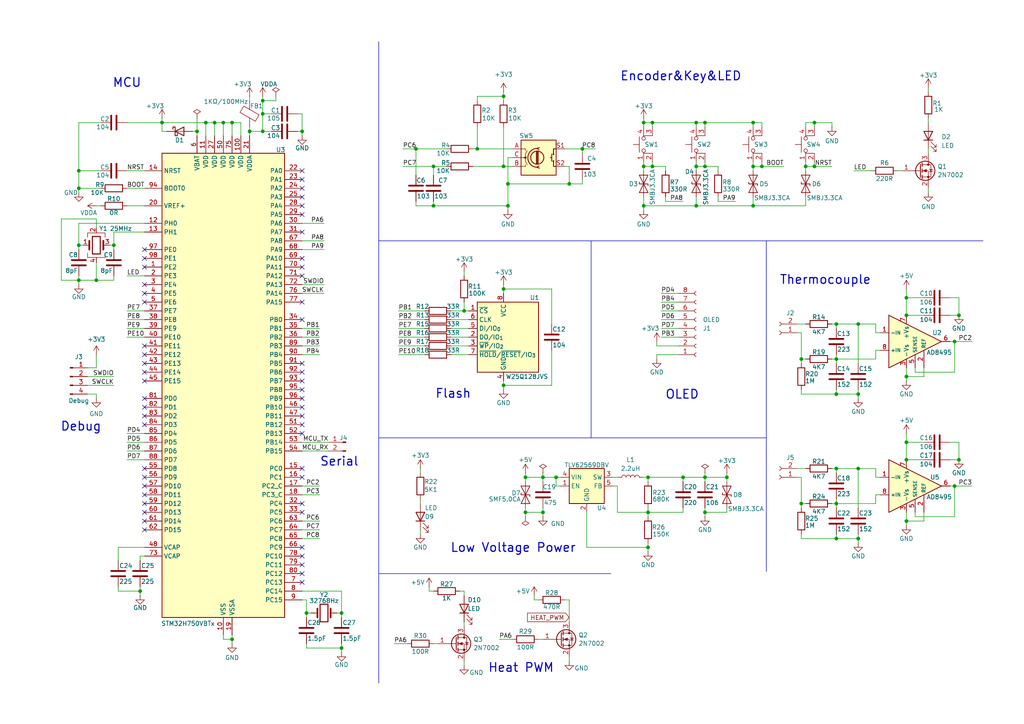
<source format=kicad_sch>
(kicad_sch (version 20250114) (generator "eeschema") (generator_version "9.0")
  (paper "A4")
  (title_block (title "Low Voltage Part") (date "2025-05-27") (rev "0.1") (company "MaQjianJin"))
  (text "OLED" (at 197.866 114.554 0) (effects (font (size 2.54 2.54) (thickness 0.3175))))
  (text "Low Voltage Power" (at 148.844 159.004 0) (effects (font (size 2.54 2.54) (thickness 0.3175))))
  (text "Heat PWM" (at 151.13 193.802 0) (effects (font (size 2.54 2.54) (thickness 0.3175))))
  (text "Thermocouple" (at 239.395 81.28 0) (effects (font (size 2.54 2.54) (thickness 0.3175))))
  (text "Encoder&Key&LED" (at 197.485 22.225 0) (effects (font (size 2.54 2.54) (thickness 0.3175))))
  (text "MCU" (at 36.83 24.13 0) (effects (font (size 2.54 2.54) (thickness 0.3175))))
  (text "Flash" (at 131.445 114.3 0) (effects (font (size 2.54 2.54) (thickness 0.3175))))
  (text "Debug" (at 23.495 123.825 0) (effects (font (size 2.54 2.54) (thickness 0.3175))))
  (text "Serial" (at 98.425 133.985 0) (effects (font (size 2.54 2.54) (thickness 0.3175))))
  (junction (at 72.39 38.1))
  (junction (at 236.22 48.26))
  (junction (at 125.73 59.69))
  (junction (at 76.2 38.1))
  (junction (at 67.31 35.56))
  (junction (at 218.44 35.56))
  (junction (at 204.47 35.56))
  (junction (at 57.15 38.1))
  (junction (at 242.57 93.98))
  (junction (at 276.86 99.06))
  (junction (at 232.41 104.14))
  (junction (at 168.91 43.18))
  (junction (at 147.32 53.34))
  (junction (at 125.73 48.26))
  (junction (at 276.86 140.97))
  (junction (at 248.92 135.89))
  (junction (at 201.93 35.56))
  (junction (at 201.93 48.26))
  (junction (at 210.82 138.43))
  (junction (at 187.96 148.59))
  (junction (at 27.94 81.28))
  (junction (at 138.43 43.18))
  (junction (at 187.96 138.43))
  (junction (at 220.98 48.26))
  (junction (at 120.65 43.18))
  (junction (at 161.29 138.43))
  (junction (at 242.57 146.05))
  (junction (at 152.4 148.59))
  (junction (at 242.57 135.89))
  (junction (at 278.13 91.44))
  (junction (at 278.13 133.35))
  (junction (at 146.05 27.94))
  (junction (at 59.69 35.56))
  (junction (at 134.62 90.17))
  (junction (at 22.86 81.28))
  (junction (at 248.92 93.98))
  (junction (at 146.05 111.76))
  (junction (at 99.06 177.8))
  (junction (at 218.44 59.69))
  (junction (at 64.77 35.56))
  (junction (at 242.57 114.3))
  (junction (at 22.86 54.61))
  (junction (at 236.22 35.56))
  (junction (at 232.41 146.05))
  (junction (at 248.92 156.21))
  (junction (at 62.23 35.56))
  (junction (at 242.57 104.14))
  (junction (at 248.92 114.3))
  (junction (at 186.69 48.26))
  (junction (at 242.57 156.21))
  (junction (at 204.47 138.43))
  (junction (at 204.47 148.59))
  (junction (at 262.89 151.13))
  (junction (at 147.32 59.69))
  (junction (at 76.2 33.02))
  (junction (at 152.4 138.43))
  (junction (at 157.48 138.43))
  (junction (at 187.96 158.75))
  (junction (at 146.05 83.82))
  (junction (at 40.64 171.45))
  (junction (at 186.69 59.69))
  (junction (at 76.2 29.21))
  (junction (at 262.89 128.27))
  (junction (at 262.89 86.36))
  (junction (at 233.68 48.26))
  (junction (at 22.86 49.53))
  (junction (at 189.23 48.26))
  (junction (at 33.02 71.12))
  (junction (at 22.86 71.12))
  (junction (at 87.63 38.1))
  (junction (at 67.31 185.42))
  (junction (at 146.05 48.26))
  (junction (at 262.89 109.22))
  (junction (at 198.12 138.43))
  (junction (at 186.69 35.56))
  (junction (at 262.89 91.44))
  (junction (at 201.93 59.69))
  (junction (at 204.47 48.26))
  (junction (at 46.99 35.56))
  (junction (at 88.9 177.8))
  (junction (at 218.44 48.26))
  (junction (at 262.89 133.35))
  (junction (at 99.06 187.96))
  (junction (at 189.23 35.56))
  (junction (at 157.48 148.59))
  (junction (at 165.1 53.34))
  (no_connect (at 87.63 148.59))
  (no_connect (at 87.63 107.95))
  (no_connect (at 87.63 59.69))
  (no_connect (at 41.91 87.63))
  (no_connect (at 41.91 153.67))
  (no_connect (at 87.63 54.61))
  (no_connect (at 41.91 110.49))
  (no_connect (at 87.63 158.75))
  (no_connect (at 87.63 135.89))
  (no_connect (at 41.91 82.55))
  (no_connect (at 41.91 151.13))
  (no_connect (at 87.63 52.07))
  (no_connect (at 87.63 115.57))
  (no_connect (at 87.63 105.41))
  (no_connect (at 41.91 140.97))
  (no_connect (at 41.91 77.47))
  (no_connect (at 41.91 146.05))
  (no_connect (at 87.63 110.49))
  (no_connect (at 87.63 87.63))
  (no_connect (at 41.91 148.59))
  (no_connect (at 41.91 107.95))
  (no_connect (at 87.63 92.71))
  (no_connect (at 87.63 77.47))
  (no_connect (at 41.91 74.93))
  (no_connect (at 41.91 118.11))
  (no_connect (at 41.91 143.51))
  (no_connect (at 87.63 74.93))
  (no_connect (at 87.63 113.03))
  (no_connect (at 87.63 161.29))
  (no_connect (at 41.91 138.43))
  (no_connect (at 41.91 123.19))
  (no_connect (at 41.91 120.65))
  (no_connect (at 87.63 49.53))
  (no_connect (at 41.91 85.09))
  (no_connect (at 41.91 115.57))
  (no_connect (at 87.63 67.31))
  (no_connect (at 87.63 62.23))
  (no_connect (at 87.63 166.37))
  (no_connect (at 41.91 105.41))
  (no_connect (at 41.91 100.33))
  (no_connect (at 41.91 102.87))
  (no_connect (at 87.63 57.15))
  (no_connect (at 87.63 138.43))
  (no_connect (at 87.63 118.11))
  (no_connect (at 87.63 163.83))
  (no_connect (at 87.63 123.19))
  (no_connect (at 87.63 80.01))
  (no_connect (at 87.63 120.65))
  (no_connect (at 41.91 72.39))
  (no_connect (at 87.63 125.73))
  (no_connect (at 87.63 146.05))
  (no_connect (at 87.63 168.91))
  (no_connect (at 41.91 135.89))
  (wire (pts (xy 231.14 138.43) (xy 232.41 138.43)))
  (wire (pts (xy 242.57 146.05) (xy 242.57 147.32)))
  (wire (pts (xy 99.06 186.69) (xy 99.06 187.96)))
  (wire (pts (xy 88.9 177.8) (xy 90.17 177.8)))
  (wire (pts (xy 87.63 173.99) (xy 88.9 173.99)))
  (wire (pts (xy 248.92 114.3) (xy 248.92 115.57)))
  (wire (pts (xy 87.63 97.79) (xy 92.71 97.79)))
  (wire (pts (xy 46.99 35.56) (xy 59.69 35.56)))
  (wire (pts (xy 248.92 93.98) (xy 254 93.98)))
  (wire (pts (xy 163.83 173.99) (xy 165.1 173.99)))
  (wire (pts (xy 157.48 138.43) (xy 161.29 138.43)))
  (wire (pts (xy 179.07 148.59) (xy 187.96 148.59)))
  (wire (pts (xy 186.69 48.26) (xy 186.69 49.53)))
  (wire (pts (xy 148.59 45.72) (xy 147.32 45.72)))
  (wire (pts (xy 241.3 104.14) (xy 242.57 104.14)))
  (wire (pts (xy 57.15 38.1) (xy 55.88 38.1)))
  (wire (pts (xy 262.89 109.22) (xy 262.89 110.49)))
  (polyline (pts (xy 171.45 69.85) (xy 171.45 127)))
  (wire (pts (xy 22.86 71.12) (xy 22.86 72.39)))
  (wire (pts (xy 87.63 69.85) (xy 93.98 69.85)))
  (wire (pts (xy 236.22 48.26) (xy 241.3 48.26)))
  (wire (pts (xy 146.05 48.26) (xy 148.59 48.26)))
  (wire (pts (xy 67.31 185.42) (xy 67.31 186.69)))
  (wire (pts (xy 146.05 111.76) (xy 146.05 113.03)))
  (wire (pts (xy 267.97 109.22) (xy 262.89 109.22)))
  (wire (pts (xy 120.65 59.69) (xy 125.73 59.69)))
  (wire (pts (xy 208.28 57.15) (xy 208.28 58.42)))
  (polyline (pts (xy 109.855 12.065) (xy 109.855 198.12)))
  (wire (pts (xy 22.86 64.77) (xy 41.91 64.77)))
  (wire (pts (xy 41.91 161.29) (xy 40.64 161.29)))
  (wire (pts (xy 190.5 102.87) (xy 190.5 104.14)))
  (wire (pts (xy 152.4 147.32) (xy 152.4 148.59)))
  (wire (pts (xy 46.99 35.56) (xy 46.99 38.1)))
  (wire (pts (xy 57.15 34.29) (xy 57.15 38.1)))
  (wire (pts (xy 162.56 140.97) (xy 161.29 140.97)))
  (wire (pts (xy 87.63 95.25) (xy 92.71 95.25)))
  (wire (pts (xy 189.23 35.56) (xy 186.69 35.56)))
  (wire (pts (xy 231.14 135.89) (xy 233.68 135.89)))
  (wire (pts (xy 87.63 140.97) (xy 92.71 140.97)))
  (wire (pts (xy 275.59 128.27) (xy 278.13 128.27)))
  (wire (pts (xy 265.43 148.59) (xy 265.43 149.86)))
  (wire (pts (xy 262.89 128.27) (xy 267.97 128.27)))
  (wire (pts (xy 218.44 48.26) (xy 218.44 49.53)))
  (wire (pts (xy 186.69 57.15) (xy 186.69 59.69)))
  (wire (pts (xy 242.57 104.14) (xy 242.57 105.41)))
  (wire (pts (xy 157.48 137.16) (xy 157.48 138.43)))
  (wire (pts (xy 208.28 58.42) (xy 213.36 58.42)))
  (wire (pts (xy 242.57 93.98) (xy 248.92 93.98)))
  (wire (pts (xy 115.57 90.17) (xy 123.19 90.17)))
  (wire (pts (xy 152.4 148.59) (xy 157.48 148.59)))
  (wire (pts (xy 88.9 187.96) (xy 99.06 187.96)))
  (wire (pts (xy 134.62 191.77) (xy 134.62 193.04)))
  (wire (pts (xy 27.94 81.28) (xy 22.86 81.28)))
  (wire (pts (xy 204.47 36.83) (xy 204.47 35.56)))
  (wire (pts (xy 204.47 35.56) (xy 218.44 35.56)))
  (wire (pts (xy 232.41 96.52) (xy 232.41 104.14)))
  (wire (pts (xy 233.68 48.26) (xy 233.68 49.53)))
  (wire (pts (xy 161.29 140.97) (xy 161.29 138.43)))
  (wire (pts (xy 186.69 48.26) (xy 189.23 48.26)))
  (wire (pts (xy 242.57 104.14) (xy 254 104.14)))
  (wire (pts (xy 220.98 46.99) (xy 220.98 48.26)))
  (wire (pts (xy 193.04 57.15) (xy 193.04 58.42)))
  (wire (pts (xy 134.62 171.45) (xy 134.62 172.72)))
  (wire (pts (xy 120.65 43.18) (xy 120.65 50.8)))
  (wire (pts (xy 115.57 92.71) (xy 123.19 92.71)))
  (wire (pts (xy 154.94 172.72) (xy 154.94 173.99)))
  (wire (pts (xy 201.93 57.15) (xy 201.93 59.69)))
  (wire (pts (xy 36.83 128.27) (xy 41.91 128.27)))
  (wire (pts (xy 27.94 63.5) (xy 17.78 63.5)))
  (wire (pts (xy 262.89 91.44) (xy 267.97 91.44)))
  (wire (pts (xy 138.43 27.94) (xy 146.05 27.94)))
  (wire (pts (xy 255.27 101.6) (xy 254 101.6)))
  (wire (pts (xy 130.81 97.79) (xy 135.89 97.79)))
  (wire (pts (xy 40.64 171.45) (xy 40.64 172.72)))
  (wire (pts (xy 99.06 187.96) (xy 99.06 189.23)))
  (wire (pts (xy 233.68 57.15) (xy 233.68 59.69)))
  (wire (pts (xy 269.24 34.29) (xy 269.24 35.56)))
  (wire (pts (xy 22.86 55.88) (xy 22.86 54.61)))
  (polyline (pts (xy 109.855 127) (xy 222.25 127)))
  (wire (pts (xy 254 143.51) (xy 254 146.05)))
  (wire (pts (xy 201.93 46.99) (xy 201.93 48.26)))
  (wire (pts (xy 130.81 102.87) (xy 135.89 102.87)))
  (wire (pts (xy 80.01 27.94) (xy 80.01 29.21)))
  (wire (pts (xy 233.68 35.56) (xy 236.22 35.56)))
  (wire (pts (xy 41.91 90.17) (xy 36.83 90.17)))
  (wire (pts (xy 99.06 177.8) (xy 97.79 177.8)))
  (wire (pts (xy 220.98 35.56) (xy 218.44 35.56)))
  (wire (pts (xy 248.92 113.03) (xy 248.92 114.3)))
  (wire (pts (xy 87.63 85.09) (xy 93.98 85.09)))
  (wire (pts (xy 187.96 158.75) (xy 187.96 160.02)))
  (wire (pts (xy 134.62 87.63) (xy 134.62 90.17)))
  (wire (pts (xy 99.06 177.8) (xy 99.06 171.45)))
  (wire (pts (xy 27.94 114.3) (xy 27.94 115.57)))
  (wire (pts (xy 67.31 184.15) (xy 67.31 185.42)))
  (wire (pts (xy 25.4 111.76) (xy 33.02 111.76)))
  (wire (pts (xy 121.92 153.67) (xy 121.92 154.94)))
  (wire (pts (xy 22.86 80.01) (xy 22.86 81.28)))
  (wire (pts (xy 198.12 147.32) (xy 198.12 148.59)))
  (wire (pts (xy 210.82 147.32) (xy 210.82 148.59)))
  (wire (pts (xy 134.62 90.17) (xy 135.89 90.17)))
  (wire (pts (xy 48.26 38.1) (xy 46.99 38.1)))
  (wire (pts (xy 278.13 86.36) (xy 278.13 91.44)))
  (wire (pts (xy 64.77 35.56) (xy 67.31 35.56)))
  (wire (pts (xy 69.85 35.56) (xy 69.85 39.37)))
  (wire (pts (xy 86.36 38.1) (xy 87.63 38.1)))
  (wire (pts (xy 80.01 29.21) (xy 76.2 29.21)))
  (wire (pts (xy 33.02 67.31) (xy 33.02 71.12)))
  (wire (pts (xy 120.65 43.18) (xy 129.54 43.18)))
  (wire (pts (xy 232.41 146.05) (xy 233.68 146.05)))
  (wire (pts (xy 276.86 140.97) (xy 275.59 140.97)))
  (wire (pts (xy 242.57 113.03) (xy 242.57 114.3)))
  (wire (pts (xy 186.69 138.43) (xy 187.96 138.43)))
  (wire (pts (xy 87.63 171.45) (xy 99.06 171.45)))
  (wire (pts (xy 156.21 185.42) (xy 157.48 185.42)))
  (wire (pts (xy 187.96 148.59) (xy 187.96 149.86)))
  (wire (pts (xy 191.77 92.71) (xy 196.85 92.71)))
  (wire (pts (xy 125.73 48.26) (xy 125.73 50.8)))
  (wire (pts (xy 187.96 138.43) (xy 187.96 139.7)))
  (wire (pts (xy 138.43 29.21) (xy 138.43 27.94)))
  (wire (pts (xy 67.31 35.56) (xy 67.31 39.37)))
  (wire (pts (xy 67.31 35.56) (xy 69.85 35.56)))
  (wire (pts (xy 160.02 111.76) (xy 146.05 111.76)))
  (wire (pts (xy 187.96 157.48) (xy 187.96 158.75)))
  (wire (pts (xy 248.92 135.89) (xy 254 135.89)))
  (wire (pts (xy 193.04 58.42) (xy 198.12 58.42)))
  (wire (pts (xy 146.05 36.83) (xy 146.05 48.26)))
  (wire (pts (xy 170.18 158.75) (xy 187.96 158.75)))
  (wire (pts (xy 177.8 138.43) (xy 179.07 138.43)))
  (wire (pts (xy 232.41 156.21) (xy 242.57 156.21)))
  (wire (pts (xy 232.41 146.05) (xy 232.41 147.32)))
  (wire (pts (xy 64.77 184.15) (xy 64.77 185.42)))
  (wire (pts (xy 179.07 140.97) (xy 179.07 148.59)))
  (wire (pts (xy 218.44 46.99) (xy 218.44 48.26)))
  (wire (pts (xy 27.94 76.2) (xy 27.94 81.28)))
  (wire (pts (xy 198.12 139.7) (xy 198.12 138.43)))
  (wire (pts (xy 163.83 48.26) (xy 165.1 48.26)))
  (wire (pts (xy 64.77 35.56) (xy 64.77 39.37)))
  (wire (pts (xy 154.94 173.99) (xy 156.21 173.99)))
  (wire (pts (xy 130.81 100.33) (xy 135.89 100.33)))
  (wire (pts (xy 242.57 93.98) (xy 242.57 95.25)))
  (wire (pts (xy 115.57 97.79) (xy 123.19 97.79)))
  (wire (pts (xy 22.86 35.56) (xy 22.86 49.53)))
  (wire (pts (xy 218.44 59.69) (xy 233.68 59.69)))
  (wire (pts (xy 276.86 140.97) (xy 281.94 140.97)))
  (wire (pts (xy 160.02 83.82) (xy 160.02 93.98)))
  (wire (pts (xy 232.41 113.03) (xy 232.41 114.3)))
  (wire (pts (xy 33.02 81.28) (xy 27.94 81.28)))
  (wire (pts (xy 168.91 43.18) (xy 168.91 44.45)))
  (wire (pts (xy 116.84 48.26) (xy 125.73 48.26)))
  (wire (pts (xy 146.05 110.49) (xy 146.05 111.76)))
  (wire (pts (xy 275.59 91.44) (xy 278.13 91.44)))
  (wire (pts (xy 157.48 147.32) (xy 157.48 148.59)))
  (wire (pts (xy 36.83 54.61) (xy 41.91 54.61)))
  (wire (pts (xy 262.89 106.68) (xy 262.89 109.22)))
  (wire (pts (xy 17.78 63.5) (xy 17.78 81.28)))
  (wire (pts (xy 57.15 39.37) (xy 57.15 38.1)))
  (wire (pts (xy 125.73 48.26) (xy 129.54 48.26)))
  (wire (pts (xy 36.83 80.01) (xy 41.91 80.01)))
  (wire (pts (xy 262.89 128.27) (xy 262.89 133.35)))
  (wire (pts (xy 254 138.43) (xy 254 135.89)))
  (wire (pts (xy 201.93 35.56) (xy 204.47 35.56)))
  (wire (pts (xy 87.63 102.87) (xy 92.71 102.87)))
  (wire (pts (xy 262.89 148.59) (xy 262.89 151.13)))
  (wire (pts (xy 204.47 147.32) (xy 204.47 148.59)))
  (wire (pts (xy 27.94 66.04) (xy 27.94 63.5)))
  (wire (pts (xy 186.69 34.29) (xy 186.69 35.56)))
  (wire (pts (xy 262.89 86.36) (xy 267.97 86.36)))
  (wire (pts (xy 146.05 82.55) (xy 146.05 83.82)))
  (wire (pts (xy 88.9 173.99) (xy 88.9 177.8)))
  (wire (pts (xy 196.85 102.87) (xy 190.5 102.87)))
  (wire (pts (xy 191.77 95.25) (xy 196.85 95.25)))
  (wire (pts (xy 157.48 148.59) (xy 157.48 149.86)))
  (wire (pts (xy 36.83 97.79) (xy 41.91 97.79)))
  (wire (pts (xy 265.43 149.86) (xy 276.86 149.86)))
  (wire (pts (xy 147.32 45.72) (xy 147.32 53.34)))
  (wire (pts (xy 189.23 48.26) (xy 193.04 48.26)))
  (wire (pts (xy 161.29 138.43) (xy 162.56 138.43)))
  (wire (pts (xy 76.2 33.02) (xy 76.2 38.1)))
  (wire (pts (xy 146.05 27.94) (xy 146.05 29.21)))
  (wire (pts (xy 25.4 109.22) (xy 33.02 109.22)))
  (wire (pts (xy 232.41 154.94) (xy 232.41 156.21)))
  (wire (pts (xy 160.02 101.6) (xy 160.02 111.76)))
  (wire (pts (xy 267.97 148.59) (xy 267.97 151.13)))
  (wire (pts (xy 241.3 93.98) (xy 242.57 93.98)))
  (wire (pts (xy 46.99 34.29) (xy 46.99 35.56)))
  (wire (pts (xy 76.2 29.21) (xy 76.2 33.02)))
  (wire (pts (xy 165.1 173.99) (xy 165.1 180.34)))
  (polyline (pts (xy 109.855 166.37) (xy 177.165 166.37)))
  (wire (pts (xy 22.86 71.12) (xy 22.86 64.77)))
  (wire (pts (xy 27.94 59.69) (xy 29.21 59.69)))
  (wire (pts (xy 248.92 135.89) (xy 248.92 147.32)))
  (wire (pts (xy 87.63 143.51) (xy 92.71 143.51)))
  (wire (pts (xy 87.63 130.81) (xy 95.25 130.81)))
  (wire (pts (xy 22.86 81.28) (xy 22.86 82.55)))
  (wire (pts (xy 208.28 48.26) (xy 208.28 49.53)))
  (wire (pts (xy 187.96 147.32) (xy 187.96 148.59)))
  (wire (pts (xy 193.04 48.26) (xy 193.04 49.53)))
  (wire (pts (xy 152.4 139.7) (xy 152.4 138.43)))
  (wire (pts (xy 231.14 93.98) (xy 233.68 93.98)))
  (wire (pts (xy 137.16 48.26) (xy 146.05 48.26)))
  (wire (pts (xy 242.57 135.89) (xy 242.57 137.16)))
  (wire (pts (xy 275.59 86.36) (xy 278.13 86.36)))
  (wire (pts (xy 254 101.6) (xy 254 104.14)))
  (wire (pts (xy 36.83 35.56) (xy 46.99 35.56)))
  (wire (pts (xy 168.91 43.18) (xy 172.72 43.18)))
  (wire (pts (xy 262.89 86.36) (xy 262.89 91.44)))
  (wire (pts (xy 125.73 186.69) (xy 127 186.69)))
  (wire (pts (xy 201.93 59.69) (xy 218.44 59.69)))
  (wire (pts (xy 191.77 97.79) (xy 196.85 97.79)))
  (wire (pts (xy 189.23 46.99) (xy 189.23 48.26)))
  (wire (pts (xy 201.93 48.26) (xy 201.93 49.53)))
  (wire (pts (xy 40.64 170.18) (xy 40.64 171.45)))
  (wire (pts (xy 241.3 35.56) (xy 236.22 35.56)))
  (wire (pts (xy 33.02 80.01) (xy 33.02 81.28)))
  (wire (pts (xy 137.16 43.18) (xy 138.43 43.18)))
  (wire (pts (xy 25.4 114.3) (xy 27.94 114.3)))
  (wire (pts (xy 62.23 35.56) (xy 62.23 39.37)))
  (wire (pts (xy 114.3 186.69) (xy 118.11 186.69)))
  (wire (pts (xy 147.32 53.34) (xy 165.1 53.34)))
  (wire (pts (xy 241.3 135.89) (xy 242.57 135.89)))
  (wire (pts (xy 262.89 151.13) (xy 262.89 152.4)))
  (wire (pts (xy 41.91 158.75) (xy 34.29 158.75)))
  (wire (pts (xy 242.57 135.89) (xy 248.92 135.89)))
  (wire (pts (xy 87.63 64.77) (xy 93.98 64.77)))
  (wire (pts (xy 269.24 25.4) (xy 269.24 26.67)))
  (wire (pts (xy 241.3 36.83) (xy 241.3 35.56)))
  (wire (pts (xy 276.86 99.06) (xy 281.94 99.06)))
  (wire (pts (xy 125.73 58.42) (xy 125.73 59.69)))
  (wire (pts (xy 146.05 26.67) (xy 146.05 27.94)))
  (wire (pts (xy 278.13 128.27) (xy 278.13 133.35)))
  (polyline (pts (xy 222.25 69.85) (xy 222.25 165.735)))
  (wire (pts (xy 134.62 78.74) (xy 134.62 80.01)))
  (wire (pts (xy 204.47 138.43) (xy 210.82 138.43)))
  (wire (pts (xy 267.97 106.68) (xy 267.97 109.22)))
  (wire (pts (xy 220.98 48.26) (xy 227.33 48.26)))
  (wire (pts (xy 260.35 49.53) (xy 261.62 49.53)))
  (wire (pts (xy 138.43 36.83) (xy 138.43 43.18)))
  (wire (pts (xy 191.77 87.63) (xy 196.85 87.63)))
  (wire (pts (xy 147.32 59.69) (xy 147.32 60.96)))
  (wire (pts (xy 218.44 57.15) (xy 218.44 59.69)))
  (wire (pts (xy 36.83 130.81) (xy 41.91 130.81)))
  (wire (pts (xy 210.82 137.16) (xy 210.82 138.43)))
  (wire (pts (xy 201.93 48.26) (xy 204.47 48.26)))
  (wire (pts (xy 144.78 185.42) (xy 148.59 185.42)))
  (wire (pts (xy 191.77 85.09) (xy 196.85 85.09)))
  (wire (pts (xy 189.23 35.56) (xy 189.23 36.83)))
  (wire (pts (xy 265.43 106.68) (xy 265.43 107.95)))
  (wire (pts (xy 130.81 92.71) (xy 135.89 92.71)))
  (wire (pts (xy 115.57 100.33) (xy 123.19 100.33)))
  (wire (pts (xy 130.81 90.17) (xy 134.62 90.17)))
  (wire (pts (xy 248.92 93.98) (xy 248.92 105.41)))
  (wire (pts (xy 59.69 35.56) (xy 62.23 35.56)))
  (wire (pts (xy 157.48 139.7) (xy 157.48 138.43)))
  (wire (pts (xy 138.43 43.18) (xy 148.59 43.18)))
  (wire (pts (xy 242.57 114.3) (xy 248.92 114.3)))
  (wire (pts (xy 165.1 48.26) (xy 165.1 53.34)))
  (wire (pts (xy 147.32 53.34) (xy 147.32 59.69)))
  (wire (pts (xy 165.1 53.34) (xy 168.91 53.34)))
  (wire (pts (xy 220.98 35.56) (xy 220.98 36.83)))
  (wire (pts (xy 233.68 48.26) (xy 236.22 48.26)))
  (wire (pts (xy 232.41 104.14) (xy 233.68 104.14)))
  (wire (pts (xy 204.47 137.16) (xy 204.47 138.43)))
  (wire (pts (xy 115.57 102.87) (xy 123.19 102.87)))
  (wire (pts (xy 40.64 161.29) (xy 40.64 162.56)))
  (wire (pts (xy 262.89 133.35) (xy 267.97 133.35)))
  (wire (pts (xy 62.23 35.56) (xy 64.77 35.56)))
  (wire (pts (xy 87.63 33.02) (xy 87.63 38.1)))
  (wire (pts (xy 22.86 49.53) (xy 29.21 49.53)))
  (wire (pts (xy 262.89 125.73) (xy 262.89 128.27)))
  (wire (pts (xy 146.05 83.82) (xy 146.05 85.09)))
  (wire (pts (xy 25.4 106.68) (xy 27.94 106.68)))
  (wire (pts (xy 163.83 43.18) (xy 168.91 43.18)))
  (wire (pts (xy 36.83 49.53) (xy 41.91 49.53)))
  (wire (pts (xy 22.86 71.12) (xy 24.13 71.12)))
  (wire (pts (xy 204.47 138.43) (xy 204.47 139.7)))
  (wire (pts (xy 267.97 151.13) (xy 262.89 151.13)))
  (wire (pts (xy 130.81 95.25) (xy 135.89 95.25)))
  (wire (pts (xy 27.94 102.87) (xy 27.94 106.68)))
  (wire (pts (xy 86.36 33.02) (xy 87.63 33.02)))
  (wire (pts (xy 204.47 48.26) (xy 208.28 48.26)))
  (wire (pts (xy 76.2 27.94) (xy 76.2 29.21)))
  (wire (pts (xy 269.24 43.18) (xy 269.24 44.45)))
  (wire (pts (xy 201.93 35.56) (xy 201.93 36.83)))
  (wire (pts (xy 187.96 148.59) (xy 198.12 148.59)))
  (wire (pts (xy 255.27 96.52) (xy 254 96.52)))
  (wire (pts (xy 87.63 153.67) (xy 92.71 153.67)))
  (wire (pts (xy 34.29 158.75) (xy 34.29 162.56)))
  (wire (pts (xy 204.47 148.59) (xy 210.82 148.59)))
  (wire (pts (xy 248.92 154.94) (xy 248.92 156.21)))
  (wire (pts (xy 242.57 154.94) (xy 242.57 156.21)))
  (wire (pts (xy 242.57 156.21) (xy 248.92 156.21)))
  (wire (pts (xy 134.62 180.34) (xy 134.62 181.61)))
  (wire (pts (xy 186.69 59.69) (xy 186.69 60.96)))
  (wire (pts (xy 168.91 53.34) (xy 168.91 52.07)))
  (wire (pts (xy 204.47 46.99) (xy 204.47 48.26)))
  (wire (pts (xy 187.96 138.43) (xy 198.12 138.43)))
  (wire (pts (xy 231.14 96.52) (xy 232.41 96.52)))
  (wire (pts (xy 99.06 177.8) (xy 99.06 179.07)))
  (wire (pts (xy 34.29 171.45) (xy 40.64 171.45)))
  (wire (pts (xy 276.86 99.06) (xy 275.59 99.06)))
  (wire (pts (xy 72.39 38.1) (xy 76.2 38.1)))
  (wire (pts (xy 190.5 99.06) (xy 190.5 100.33)))
  (wire (pts (xy 232.41 138.43) (xy 232.41 146.05)))
  (wire (pts (xy 59.69 35.56) (xy 59.69 39.37)))
  (wire (pts (xy 170.18 148.59) (xy 170.18 158.75)))
  (wire (pts (xy 191.77 90.17) (xy 196.85 90.17)))
  (wire (pts (xy 204.47 148.59) (xy 204.47 149.86)))
  (wire (pts (xy 241.3 146.05) (xy 242.57 146.05)))
  (wire (pts (xy 87.63 151.13) (xy 92.71 151.13)))
  (polyline (pts (xy 109.855 69.85) (xy 285.115 69.85)))
  (wire (pts (xy 157.48 138.43) (xy 152.4 138.43)))
  (wire (pts (xy 33.02 71.12) (xy 31.75 71.12)))
  (wire (pts (xy 247.65 49.53) (xy 252.73 49.53)))
  (wire (pts (xy 232.41 114.3) (xy 242.57 114.3)))
  (wire (pts (xy 276.86 107.95) (xy 276.86 99.06)))
  (wire (pts (xy 72.39 36.83) (xy 72.39 38.1)))
  (wire (pts (xy 124.46 170.18) (xy 124.46 171.45)))
  (wire (pts (xy 186.69 46.99) (xy 186.69 48.26)))
  (wire (pts (xy 33.02 67.31) (xy 41.91 67.31)))
  (wire (pts (xy 186.69 59.69) (xy 201.93 59.69)))
  (wire (pts (xy 78.74 33.02) (xy 76.2 33.02)))
  (wire (pts (xy 242.57 146.05) (xy 254 146.05)))
  (wire (pts (xy 198.12 138.43) (xy 204.47 138.43)))
  (wire (pts (xy 87.63 38.1) (xy 87.63 39.37)))
  (wire (pts (xy 152.4 137.16) (xy 152.4 138.43)))
  (wire (pts (xy 186.69 35.56) (xy 186.69 36.83)))
  (wire (pts (xy 87.63 72.39) (xy 93.98 72.39)))
  (wire (pts (xy 121.92 135.89) (xy 121.92 137.16)))
  (wire (pts (xy 177.8 140.97) (xy 179.07 140.97)))
  (wire (pts (xy 242.57 144.78) (xy 242.57 146.05)))
  (wire (pts (xy 29.21 35.56) (xy 22.86 35.56)))
  (wire (pts (xy 33.02 71.12) (xy 33.02 72.39)))
  (wire (pts (xy 41.91 92.71) (xy 36.83 92.71)))
  (wire (pts (xy 17.78 81.28) (xy 22.86 81.28)))
  (wire (pts (xy 236.22 46.99) (xy 236.22 48.26)))
  (wire (pts (xy 269.24 54.61) (xy 269.24 55.88)))
  (wire (pts (xy 36.83 95.25) (xy 41.91 95.25)))
  (wire (pts (xy 72.39 27.94) (xy 72.39 29.21)))
  (wire (pts (xy 210.82 139.7) (xy 210.82 138.43)))
  (wire (pts (xy 262.89 83.82) (xy 262.89 86.36)))
  (wire (pts (xy 22.86 49.53) (xy 22.86 54.61)))
  (wire (pts (xy 233.68 35.56) (xy 233.68 36.83)))
  (wire (pts (xy 275.59 133.35) (xy 278.13 133.35)))
  (wire (pts (xy 242.57 102.87) (xy 242.57 104.14)))
  (wire (pts (xy 36.83 59.69) (xy 41.91 59.69)))
  (wire (pts (xy 115.57 95.25) (xy 123.19 95.25)))
  (wire (pts (xy 72.39 38.1) (xy 72.39 39.37)))
  (wire (pts (xy 87.63 128.27) (xy 95.25 128.27)))
  (wire (pts (xy 248.92 156.21) (xy 248.92 157.48)))
  (wire (pts (xy 133.35 171.45) (xy 134.62 171.45)))
  (wire (pts (xy 36.83 133.35) (xy 41.91 133.35)))
  (wire (pts (xy 255.27 138.43) (xy 254 138.43)))
  (wire (pts (xy 88.9 186.69) (xy 88.9 187.96)))
  (wire (pts (xy 76.2 38.1) (xy 78.74 38.1)))
  (wire (pts (xy 236.22 36.83) (xy 236.22 35.56)))
  (wire (pts (xy 218.44 35.56) (xy 218.44 36.83)))
  (wire (pts (xy 116.84 43.18) (xy 120.65 43.18)))
  (wire (pts (xy 190.5 100.33) (xy 196.85 100.33)))
  (wire (pts (xy 121.92 144.78) (xy 121.92 146.05)))
  (wire (pts (xy 146.05 83.82) (xy 160.02 83.82)))
  (wire (pts (xy 276.86 149.86) (xy 276.86 140.97)))
  (wire (pts (xy 87.63 82.55) (xy 93.98 82.55)))
  (wire (pts (xy 88.9 177.8) (xy 88.9 179.07)))
  (wire (pts (xy 36.83 125.73) (xy 41.91 125.73)))
  (wire (pts (xy 87.63 156.21) (xy 92.71 156.21)))
  (wire (pts (xy 201.93 35.56) (xy 189.23 35.56)))
  (wire (pts (xy 87.63 100.33) (xy 92.71 100.33)))
  (wire (pts (xy 22.86 54.61) (xy 29.21 54.61)))
  (wire (pts (xy 232.41 104.14) (xy 232.41 105.41)))
  (wire (pts (xy 152.4 148.59) (xy 152.4 149.86)))
  (wire (pts (xy 233.68 46.99) (xy 233.68 48.26)))
  (wire (pts (xy 218.44 48.26) (xy 220.98 48.26)))
  (wire (pts (xy 124.46 171.45) (xy 125.73 171.45)))
  (wire (pts (xy 125.73 59.69) (xy 147.32 59.69)))
  (wire (pts (xy 254 96.52) (xy 254 93.98)))
  (wire (pts (xy 34.29 170.18) (xy 34.29 171.45)))
  (wire (pts (xy 64.77 185.42) (xy 67.31 185.42)))
  (wire (pts (xy 255.27 143.51) (xy 254 143.51)))
  (wire (pts (xy 265.43 107.95) (xy 276.86 107.95)))
  (wire (pts (xy 165.1 190.5) (xy 165.1 191.77)))
  (wire (pts (xy 120.65 58.42) (xy 120.65 59.69)))
  (label "PB4" (at 92.71 102.87 180))
  (label "MCU_TX" (at 95.25 128.27 180))
  (label "PD5" (at 36.83 128.27 0))
  (label "PE9" (at 36.83 95.25 0))
  (label "PB1" (at 92.71 95.25 180))
  (label "PD7" (at 36.83 133.35 0))
  (label "PC2" (at 92.71 140.97 180))
  (label "LED" (at 247.65 49.53 0))
  (label "PA9" (at 213.36 58.42 180))
  (label "BOOT" (at 227.33 48.26 180))
  (label "PD6" (at 191.77 92.71 0))
  (label "SWDIO" (at 93.98 82.55 180))
  (label "LED" (at 36.83 80.01 0))
  (label "PB3" (at 92.71 100.33 180))
  (label "PE10" (at 115.57 102.87 0))
  (label "PD5" (at 191.77 90.17 0))
  (label "BOOT" (at 36.83 54.61 0))
  (label "PC7" (at 116.84 48.26 0))
  (label "PE10" (at 36.83 97.79 0))
  (label "PE7" (at 36.83 90.17 0))
  (label "PB3" (at 191.77 97.79 0))
  (label "PE8" (at 36.83 92.71 0))
  (label "PC7" (at 92.71 153.67 180))
  (label "PC2" (at 281.94 99.06 180))
  (label "PE9" (at 115.57 100.33 0))
  (label "PD4" (at 191.77 85.09 0))
  (label "PA6" (at 144.78 185.42 0))
  (label "PC3" (at 92.71 143.51 180))
  (label "PA9" (at 93.98 72.39 180))
  (label "NRST" (at 241.3 48.26 180))
  (label "PA8" (at 93.98 69.85 180))
  (label "PC8" (at 92.71 156.21 180))
  (label "PA6" (at 114.3 186.69 0))
  (label "PC6" (at 116.84 43.18 0))
  (label "PD7" (at 191.77 95.25 0))
  (label "PB1" (at 115.57 90.17 0))
  (label "PB2" (at 115.57 92.71 0))
  (label "PA6" (at 93.98 64.77 180))
  (label "PE8" (at 115.57 97.79 0))
  (label "PD6" (at 36.83 130.81 0))
  (label "SWCLK" (at 93.98 85.09 180))
  (label "PB4" (at 191.77 87.63 0))
  (label "PC6" (at 92.71 151.13 180))
  (label "PB2" (at 92.71 97.79 180))
  (label "MCU_RX" (at 95.25 130.81 180))
  (label "PA8" (at 198.12 58.42 180))
  (label "NRST" (at 36.83 49.53 0))
  (label "PC8" (at 172.72 43.18 180))
  (label "PE7" (at 115.57 95.25 0))
  (label "PC3" (at 281.94 140.97 180))
  (label "SWDIO" (at 33.02 109.22 180))
  (label "PD4" (at 36.83 125.73 0))
  (label "SWCLK" (at 33.02 111.76 180))
  (global_label "HEAT_PWM" (shape input) (at 165.1 179.07 180) (property "Intersheetrefs" "${INTERSHEET_REFS}" (effects (hide yes))))
  (symbol (lib_id "power:PWR_FLAG") (at 204.47 137.16 0) (unit 1)
    (property "Reference" "#FLG04" (effects (hide yes)))
    (property "Value" "PWR_FLAG" (effects (hide yes)))
    (property "Description" "Special symbol for telling ERC where power comes from" (effects (hide yes)))
  )
  (symbol (lib_id "Device:R") (at 138.43 33.02 180) (unit 1)
    (property "Reference" "R2" (at 140.97 32.004 0))
    (property "Value" "10K" (at 141.732 34.29 0))
    (property "Footprint" "Resistor_SMD:R_0603_1608Metric_Pad0.98x0.95mm_HandSolder" (effects (hide yes)))
    (property "Description" "Resistor" (effects (hide yes)))
  )
  (symbol (lib_id "Diode:SZESD9B5.0ST5G") (at 201.93 53.34 270) (unit 1)
    (property "Reference" "D4" (at 198.628 49.784 90) (effects (justify left)))
    (property "Value" "SMBJ3.3CA" (at 204.724 49.022 0) (effects (justify left)))
    (property "Footprint" "Diode_SMD:D_SMB_Handsoldering" (effects (hide yes)))
    (property "Datasheet" "https://www.onsemi.com/pub/Collateral/ESD9B-D.PDF" (effects (hide yes)))
    (property "Description" "ESD protection diode, 5.0Vrwm, SOD-923" (effects (hide yes)))
  )
  (symbol (lib_id "power:GND") (at 262.89 152.4 0) (unit 1)
    (property "Reference" "#PWR033" (effects (hide yes)))
    (property "Value" "GND" (at 262.89 156.21 0))
    (property "Description" "Power symbol creates a global label with name \"GND\" , ground" (effects (hide yes)))
  )
  (symbol (lib_id "power:+5V") (at 262.89 125.73 0) (unit 1)
    (property "Reference" "#PWR026" (effects (hide yes)))
    (property "Value" "+5V" (at 262.89 121.92 0))
    (property "Description" "Power symbol creates a global label with name \"+5V\"" (effects (hide yes)))
  )
  (symbol (lib_id "Device:C") (at 33.02 35.56 90) (unit 1)
    (property "Reference" "C2" (at 31.75 34.544 90) (effects (justify left)))
    (property "Value" "104" (at 31.75 36.83 90) (effects (justify left)))
    (property "Footprint" "Capacitor_SMD:C_0603_1608Metric_Pad1.08x0.95mm_HandSolder" (effects (hide yes)))
    (property "Description" "Unpolarized capacitor" (effects (hide yes)))
  )
  (symbol (lib_id "Device:R") (at 237.49 146.05 90) (unit 1)
    (property "Reference" "R24" (at 237.49 144.018 90))
    (property "Value" "4K7" (at 237.49 148.336 90))
    (property "Footprint" "Resistor_SMD:R_0603_1608Metric_Pad0.98x0.95mm_HandSolder" (effects (hide yes)))
    (property "Description" "Resistor" (effects (hide yes)))
  )
  (symbol (lib_id "Device:R") (at 127 102.87 90) (unit 1)
    (property "Reference" "R18" (at 122.555 101.6 90))
    (property "Value" "33R" (at 131.445 101.6 90))
    (property "Footprint" "Resistor_SMD:R_0603_1608Metric_Pad0.98x0.95mm_HandSolder" (effects (hide yes)))
    (property "Description" "Resistor" (effects (hide yes)))
  )
  (symbol (lib_id "Device:R") (at 146.05 33.02 180) (unit 1)
    (property "Reference" "R3" (at 148.59 32.004 0))
    (property "Value" "10K" (at 149.352 34.29 0))
    (property "Footprint" "Resistor_SMD:R_0603_1608Metric_Pad0.98x0.95mm_HandSolder" (effects (hide yes)))
    (property "Description" "Resistor" (effects (hide yes)))
  )
  (symbol (lib_id "Switch:SW_MEC_5E") (at 220.98 41.91 90) (unit 1)
    (property "Reference" "SW3" (at 220.726 41.91 90))
    (property "Value" "SW_MEC_5E" (effects (hide yes)))
    (property "Footprint" "HeaterLibrary:SW_Buttom_SMD_5.1mmx5.1mm" (effects (hide yes)))
    (property "Datasheet" "http://www.apem.com/int/index.php?controller=attachment&id_attachment=1371" (effects (hide yes)))
    (property "Description" "MEC 5E single pole normally-open tactile switch" (effects (hide yes)))
  )
  (symbol (lib_id "power:+3V3") (at 27.94 102.87 0) (unit 1)
    (property "Reference" "#PWR020" (effects (hide yes)))
    (property "Value" "+3V3" (at 27.94 98.425 0))
    (property "Description" "Power symbol creates a global label with name \"+3V3\"" (effects (hide yes)))
  )
  (symbol (lib_id "power:GND") (at 278.13 133.35 0) (unit 1)
    (property "Reference" "#PWR027" (effects (hide yes)))
    (property "Value" "GND" (at 278.13 137.16 0))
    (property "Description" "Power symbol creates a global label with name \"GND\" , ground" (effects (hide yes)))
  )
  (symbol (lib_id "Device:L") (at 182.88 138.43 90) (unit 1)
    (property "Reference" "L1" (at 182.88 133.35 90))
    (property "Value" "2.2uH" (at 182.88 135.89 90))
    (property "Footprint" "Inductor_SMD:L_0603_1608Metric_Pad1.05x0.95mm_HandSolder" (effects (hide yes)))
    (property "Description" "Inductor" (effects (hide yes)))
  )
  (symbol (lib_id "Device:R") (at 237.49 104.14 90) (unit 1)
    (property "Reference" "R19" (at 237.49 102.108 90))
    (property "Value" "4K7" (at 237.49 106.426 90))
    (property "Footprint" "Resistor_SMD:R_0603_1608Metric_Pad0.98x0.95mm_HandSolder" (effects (hide yes)))
    (property "Description" "Resistor" (effects (hide yes)))
  )
  (symbol (lib_id "power:+3V3") (at 134.62 78.74 0) (unit 1)
    (property "Reference" "#PWR014" (effects (hide yes)))
    (property "Value" "+3V3" (at 134.62 75.184 0))
    (property "Description" "Power symbol creates a global label with name \"+3V3\"" (effects (hide yes)))
  )
  (symbol (lib_id "Device:C") (at 33.02 49.53 90) (unit 1)
    (property "Reference" "C5" (at 31.75 48.514 90) (effects (justify left)))
    (property "Value" "104" (at 31.75 50.8 90) (effects (justify left)))
    (property "Footprint" "Capacitor_SMD:C_0603_1608Metric_Pad1.08x0.95mm_HandSolder" (effects (hide yes)))
    (property "Description" "Unpolarized capacitor" (effects (hide yes)))
  )
  (symbol (lib_id "power:+3V3") (at 124.46 170.18 0) (unit 1)
    (property "Reference" "#PWR037" (effects (hide yes)))
    (property "Value" "+5V" (at 121.158 168.91 0))
    (property "Description" "Power symbol creates a global label with name \"+3V3\"" (effects (hide yes)))
  )
  (symbol (lib_id "Device:R") (at 129.54 171.45 270) (unit 1)
    (property "Reference" "R27" (at 129.54 169.418 90))
    (property "Value" "1K" (at 129.54 173.482 90))
    (property "Footprint" "Resistor_SMD:R_0603_1608Metric_Pad0.98x0.95mm_HandSolder" (effects (hide yes)))
    (property "Description" "Resistor" (effects (hide yes)))
  )
  (symbol (lib_id "power:+3V3") (at 146.05 82.55 0) (unit 1)
    (property "Reference" "#PWR016" (effects (hide yes)))
    (property "Value" "+3V3" (at 146.05 78.994 0))
    (property "Description" "Power symbol creates a global label with name \"+3V3\"" (effects (hide yes)))
  )
  (symbol (lib_id "power:+3V3") (at 146.05 26.67 0) (unit 1)
    (property "Reference" "#PWR02" (effects (hide yes)))
    (property "Value" "+3V3" (at 146.05 21.59 0))
    (property "Description" "Power symbol creates a global label with name \"+3V3\"" (effects (hide yes)))
  )
  (symbol (lib_id "Device:Crystal_GND24") (at 27.94 71.12 0) (unit 1)
    (property "Reference" "Y1" (at 29.972 66.294 0))
    (property "Value" "25MHz" (at 35.052 66.294 0))
    (property "Footprint" "Crystal:Crystal_SMD_3225-4Pin_3.2x2.5mm_HandSoldering" (effects (hide yes)))
    (property "Description" "Four pin crystal, GND on pins 2 and 4" (effects (hide yes)))
  )
  (symbol (lib_id "power:GND") (at 204.47 149.86 0) (unit 1)
    (property "Reference" "#PWR032" (effects (hide yes)))
    (property "Value" "GND" (at 204.47 153.67 0))
    (property "Description" "Power symbol creates a global label with name \"GND\" , ground" (effects (hide yes)))
  )
  (symbol (lib_id "Device:R") (at 134.62 83.82 180) (unit 1)
    (property "Reference" "R11" (at 137.668 83.058 0))
    (property "Value" "100K" (at 138.43 85.09 0))
    (property "Footprint" "Resistor_SMD:R_0603_1608Metric_Pad0.98x0.95mm_HandSolder" (effects (hide yes)))
    (property "Description" "Resistor" (effects (hide yes)))
  )
  (symbol (lib_id "Switch:SW_MEC_5E") (at 189.23 41.91 90) (unit 1)
    (property "Reference" "SW1" (at 188.976 41.91 90))
    (property "Value" "SW_MEC_5E" (effects (hide yes)))
    (property "Footprint" "HeaterLibrary:SW_Buttom_SMD_5.1mmx5.1mm" (effects (hide yes)))
    (property "Datasheet" "http://www.apem.com/int/index.php?controller=attachment&id_attachment=1371" (effects (hide yes)))
    (property "Description" "MEC 5E single pole normally-open tactile switch" (effects (hide yes)))
  )
  (symbol (lib_id "Sensor_Temperature:AD8495") (at 265.43 99.06 0) (unit 1)
    (property "Reference" "U2" (at 271.78 96.52 0))
    (property "Value" "AD8495" (at 272.415 102.235 0))
    (property "Footprint" "Package_SO:MSOP-8_3x3mm_P0.65mm" (effects (hide yes)))
    (property "Datasheet" "https://www.analog.com/media/en/technical-documentation/data-sheets/ad8494_8495_8496_8497.pdf" (effects (hide yes)))
    (property "Description" "Precision Thermocouple Amplifiers with Cold Junction Compensation, K-Type Thermocouple, 0 to 50C, MSOP-8" (effects (hide yes)))
  )
  (symbol (lib_id "Device:R") (at 33.02 59.69 90) (unit 1)
    (property "Reference" "R10" (at 33.02 57.658 90))
    (property "Value" "0R" (at 33.02 61.722 90))
    (property "Footprint" "Resistor_SMD:R_0603_1608Metric_Pad0.98x0.95mm_HandSolder" (effects (hide yes)))
    (property "Description" "Resistor" (effects (hide yes)))
  )
  (symbol (lib_id "power:+3V3") (at 210.82 137.16 0) (unit 1)
    (property "Reference" "#PWR030" (effects (hide yes)))
    (property "Value" "+3V3" (at 210.82 133.604 0))
    (property "Description" "Power symbol creates a global label with name \"+3V3\"" (effects (hide yes)))
  )
  (symbol (lib_id "Device:R") (at 208.28 53.34 180) (unit 1)
    (property "Reference" "R8" (at 210.82 52.832 0))
    (property "Value" "330R" (at 212.09 54.864 0))
    (property "Footprint" "Resistor_SMD:R_0603_1608Metric_Pad0.98x0.95mm_HandSolder" (effects (hide yes)))
    (property "Description" "Resistor" (effects (hide yes)))
  )
  (symbol (lib_id "power:GND") (at 146.05 113.03 0) (unit 1)
    (property "Reference" "#PWR023" (effects (hide yes)))
    (property "Value" "GND" (at 146.05 116.84 0))
    (property "Description" "Power symbol creates a global label with name \"GND\" , ground" (effects (hide yes)))
  )
  (symbol (lib_id "power:GND") (at 241.3 36.83 0) (unit 1)
    (property "Reference" "#PWR07" (effects (hide yes)))
    (property "Value" "GND" (at 241.3 40.894 0))
    (property "Description" "Power symbol creates a global label with name \"GND\" , ground" (effects (hide yes)))
  )
  (symbol (lib_id "Device:C") (at 34.29 166.37 0) (unit 1)
    (property "Reference" "C24" (at 34.544 164.084 0) (effects (justify left)))
    (property "Value" "225" (at 34.544 168.656 0) (effects (justify left)))
    (property "Footprint" "Capacitor_SMD:C_0603_1608Metric_Pad1.08x0.95mm_HandSolder" (effects (hide yes)))
    (property "Description" "Unpolarized capacitor" (effects (hide yes)))
  )
  (symbol (lib_id "Device:R") (at 127 92.71 90) (unit 1)
    (property "Reference" "R13" (at 122.555 91.44 90))
    (property "Value" "33R" (at 131.445 91.44 90))
    (property "Footprint" "Resistor_SMD:R_0603_1608Metric_Pad0.98x0.95mm_HandSolder" (effects (hide yes)))
    (property "Description" "Resistor" (effects (hide yes)))
  )
  (symbol (lib_id "power:GND") (at 248.92 115.57 0) (unit 1)
    (property "Reference" "#PWR025" (effects (hide yes)))
    (property "Value" "GND" (at 248.92 119.38 0))
    (property "Description" "Power symbol creates a global label with name \"GND\" , ground" (effects (hide yes)))
  )
  (symbol (lib_id "Transistor_FET:2N7002") (at 132.08 186.69 0) (unit 1)
    (property "Reference" "Q3" (at 137.287 185.4778 0) (effects (justify left)))
    (property "Value" "2N7002" (at 137.287 187.9021 0) (effects (justify left)))
    (property "Footprint" "Package_TO_SOT_SMD:SOT-23_Handsoldering" (effects (hide yes)))
    (property "Datasheet" "https://www.onsemi.com/pub/Collateral/NDS7002A-D.PDF" (effects (hide yes)))
    (property "Description" "0.115A Id, 60V Vds, N-Channel MOSFET, SOT-23" (effects (hide yes)))
  )
  (symbol (lib_id "power:+3V3") (at 46.99 34.29 0) (unit 1)
    (property "Reference" "#PWR05" (effects (hide yes)))
    (property "Value" "+3V3" (at 44.958 30.734 0))
    (property "Description" "Power symbol creates a global label with name \"+3V3\"" (effects (hide yes)))
  )
  (symbol (lib_id "power:GND") (at 269.24 55.88 0) (unit 1)
    (property "Reference" "#PWR010" (effects (hide yes)))
    (property "Value" "GND" (at 269.24 59.944 0))
    (property "Description" "Power symbol creates a global label with name \"GND\" , ground" (effects (hide yes)))
  )
  (symbol (lib_id "Device:C") (at 120.65 54.61 180) (unit 1)
    (property "Reference" "C6" (at 123.444 52.324 0) (effects (justify left)))
    (property "Value" "103" (at 124.714 56.896 0) (effects (justify left)))
    (property "Footprint" "Capacitor_SMD:C_0603_1608Metric_Pad1.08x0.95mm_HandSolder" (effects (hide yes)))
    (property "Description" "Unpolarized capacitor" (effects (hide yes)))
  )
  (symbol (lib_id "Device:LED") (at 269.24 39.37 90) (unit 1)
    (property "Reference" "D2" (at 273.05 39.6874 90) (effects (justify right)))
    (property "Value" "LED" (at 273.05 42.2274 90) (effects (justify right)))
    (property "Footprint" "Diode_SMD:D_0603_1608Metric_Pad1.05x0.95mm_HandSolder" (effects (hide yes)))
    (property "Description" "Light emitting diode" (effects (hide yes)))
    (property "Sim.Pins" "1=K 2=A" (effects (hide yes)))
  )
  (symbol (lib_id "Device:R") (at 33.02 54.61 90) (unit 1)
    (property "Reference" "R9" (at 28.956 53.594 90))
    (property "Value" "10K" (at 28.194 55.88 90))
    (property "Footprint" "Resistor_SMD:R_0603_1608Metric_Pad0.98x0.95mm_HandSolder" (effects (hide yes)))
    (property "Description" "Resistor" (effects (hide yes)))
  )
  (symbol (lib_id "Diode:SZESD9B5.0ST5G") (at 233.68 53.34 270) (unit 1)
    (property "Reference" "D6" (at 235.458 53.34 90) (effects (justify left)))
    (property "Value" "SMBJ3.3CA" (at 233.934 57.404 90) (effects (justify left)))
    (property "Footprint" "Diode_SMD:D_SMB_Handsoldering" (effects (hide yes)))
    (property "Datasheet" "https://www.onsemi.com/pub/Collateral/ESD9B-D.PDF" (effects (hide yes)))
    (property "Description" "ESD protection diode, 5.0Vrwm, SOD-923" (effects (hide yes)))
  )
  (symbol (lib_id "power:VDDA") (at 27.94 59.69 90) (unit 1)
    (property "Reference" "#PWR011" (effects (hide yes)))
    (property "Value" "VDDA" (at 28.194 61.722 90) (effects (justify left)))
    (property "Description" "Power symbol creates a global label with name \"VDDA\"" (effects (hide yes)))
  )
  (symbol (lib_id "Device:C") (at 40.64 166.37 0) (unit 1)
    (property "Reference" "C25" (at 40.894 164.084 0) (effects (justify left)))
    (property "Value" "225" (at 40.894 168.656 0) (effects (justify left)))
    (property "Footprint" "Capacitor_SMD:C_0603_1608Metric_Pad1.08x0.95mm_HandSolder" (effects (hide yes)))
    (property "Description" "Unpolarized capacitor" (effects (hide yes)))
  )
  (symbol (lib_id "power:+3V3") (at 190.5 99.06 0) (unit 1)
    (property "Reference" "#PWR019" (effects (hide yes)))
    (property "Value" "+3V3" (at 188.595 95.25 0))
    (property "Description" "Power symbol creates a global label with name \"+3V3\"" (effects (hide yes)))
  )
  (symbol (lib_id "Device:R") (at 237.49 135.89 90) (unit 1)
    (property "Reference" "R21" (at 237.49 133.858 90))
    (property "Value" "4K7" (at 237.49 138.176 90))
    (property "Footprint" "Resistor_SMD:R_0603_1608Metric_Pad0.98x0.95mm_HandSolder" (effects (hide yes)))
    (property "Description" "Resistor" (effects (hide yes)))
  )
  (symbol (lib_id "Regulator_Switching:TLV62569DBV") (at 170.18 140.97 0) (unit 1)
    (property "Reference" "U4" (at 174.498 147.32 0))
    (property "Value" "TLV62569DBV" (at 170.18 134.874 0))
    (property "Footprint" "Package_TO_SOT_SMD:SOT-23-5" (effects (hide yes)))
    (property "Datasheet" "http://www.ti.com/lit/ds/symlink/tlv62569.pdf" (effects (hide yes)))
    (property "Description" "High Efficiency Synchronous Buck Converter, Adjustable Output 0.6V-5.5V, 2A, SOT-23-5" (effects (hide yes)))
  )
  (symbol (lib_id "power:PWR_FLAG") (at 57.15 34.29 0) (unit 1)
    (property "Reference" "#FLG02" (effects (hide yes)))
    (property "Value" "PWR_FLAG" (effects (hide yes)))
    (property "Description" "Special symbol for telling ERC where power comes from" (effects (hide yes)))
  )
  (symbol (lib_id "power:GND") (at 99.06 189.23 0) (unit 1)
    (property "Reference" "#PWR041" (effects (hide yes)))
    (property "Value" "GND" (at 99.06 192.786 0))
    (property "Description" "Power symbol creates a global label with name \"GND\" , ground" (effects (hide yes)))
  )
  (symbol (lib_id "Switch:SW_MEC_5E") (at 204.47 41.91 90) (unit 1)
    (property "Reference" "SW2" (at 204.216 41.91 90))
    (property "Value" "SW_MEC_5E" (effects (hide yes)))
    (property "Footprint" "HeaterLibrary:SW_Buttom_SMD_5.1mmx5.1mm" (effects (hide yes)))
    (property "Datasheet" "http://www.apem.com/int/index.php?controller=attachment&id_attachment=1371" (effects (hide yes)))
    (property "Description" "MEC 5E single pole normally-open tactile switch" (effects (hide yes)))
  )
  (symbol (lib_id "power:GND") (at 121.92 154.94 0) (unit 1)
    (property "Reference" "#PWR034" (effects (hide yes)))
    (property "Value" "GND" (at 121.92 158.75 0))
    (property "Description" "Power symbol creates a global label with name \"GND\" , ground" (effects (hide yes)))
  )
  (symbol (lib_id "Device:R") (at 127 90.17 90) (unit 1)
    (property "Reference" "R12" (at 122.555 88.9 90))
    (property "Value" "33R" (at 131.445 88.9 90))
    (property "Footprint" "Resistor_SMD:R_0603_1608Metric_Pad0.98x0.95mm_HandSolder" (effects (hide yes)))
    (property "Description" "Resistor" (effects (hide yes)))
  )
  (symbol (lib_id "Device:C") (at 271.78 133.35 270) (unit 1)
    (property "Reference" "C17" (at 266.7 132.08 90) (effects (justify left)))
    (property "Value" "104" (at 266.7 134.62 90) (effects (justify left)))
    (property "Footprint" "Capacitor_SMD:C_0603_1608Metric_Pad1.08x0.95mm_HandSolder" (effects (hide yes)))
    (property "Description" "Unpolarized capacitor" (effects (hide yes)))
  )
  (symbol (lib_id "Device:Crystal") (at 93.98 177.8 0) (unit 1)
    (property "Reference" "Y2" (at 93.98 172.466 0))
    (property "Value" "32768Hz" (at 93.98 174.244 0))
    (property "Footprint" "Crystal:Crystal_SMD_3215-2Pin_3.2x1.5mm" (effects (hide yes)))
    (property "Description" "Two pin crystal" (effects (hide yes)))
  )
  (symbol (lib_id "Device:R") (at 127 100.33 90) (unit 1)
    (property "Reference" "R17" (at 122.555 99.06 90))
    (property "Value" "33R" (at 131.445 99.06 90))
    (property "Footprint" "Resistor_SMD:R_0603_1608Metric_Pad0.98x0.95mm_HandSolder" (effects (hide yes)))
    (property "Description" "Resistor" (effects (hide yes)))
  )
  (symbol (lib_id "Switch:SW_MEC_5E") (at 236.22 41.91 90) (unit 1)
    (property "Reference" "SW4" (at 235.966 41.91 90))
    (property "Value" "SW_MEC_5E" (effects (hide yes)))
    (property "Footprint" "HeaterLibrary:SW_Buttom_SMD_5.1mmx5.1mm" (effects (hide yes)))
    (property "Datasheet" "http://www.apem.com/int/index.php?controller=attachment&id_attachment=1371" (effects (hide yes)))
    (property "Description" "MEC 5E single pole normally-open tactile switch" (effects (hide yes)))
  )
  (symbol (lib_id "Device:R") (at 127 95.25 90) (unit 1)
    (property "Reference" "R15" (at 122.555 93.98 90))
    (property "Value" "33R" (at 131.445 93.98 90))
    (property "Footprint" "Resistor_SMD:R_0603_1608Metric_Pad0.98x0.95mm_HandSolder" (effects (hide yes)))
    (property "Description" "Resistor" (effects (hide yes)))
  )
  (symbol (lib_id "power:GND") (at 248.92 157.48 0) (unit 1)
    (property "Reference" "#PWR035" (effects (hide yes)))
    (property "Value" "GND" (at 248.92 161.29 0))
    (property "Description" "Power symbol creates a global label with name \"GND\" , ground" (effects (hide yes)))
  )
  (symbol (lib_id "power:+3V3") (at 269.24 25.4 0) (unit 1)
    (property "Reference" "#PWR01" (effects (hide yes)))
    (property "Value" "+3V3" (at 269.24 21.844 0))
    (property "Description" "Power symbol creates a global label with name \"+3V3\"" (effects (hide yes)))
  )
  (symbol (lib_id "Connector:Conn_01x02_Socket") (at 226.06 96.52 180) (unit 1)
    (property "Reference" "J2" (at 229.235 90.805 0))
    (property "Value" "Conn_01x02_Socket" (effects (hide yes)))
    (property "Footprint" "Connector_PinHeader_2.54mm:PinHeader_1x02_P2.54mm_Vertical" (effects (hide yes)))
    (property "Description" "Generic connector, single row, 01x02, script generated" (effects (hide yes)))
  )
  (symbol (lib_id "Device:C") (at 168.91 48.26 180) (unit 1)
    (property "Reference" "C4" (at 172.974 45.974 0) (effects (justify left)))
    (property "Value" "103" (at 172.974 50.546 0) (effects (justify left)))
    (property "Footprint" "Capacitor_SMD:C_0603_1608Metric_Pad1.08x0.95mm_HandSolder" (effects (hide yes)))
    (property "Description" "Unpolarized capacitor" (effects (hide yes)))
  )
  (symbol (lib_id "Diode:SZESD9B5.0ST5G") (at 210.82 143.51 270) (unit 1)
    (property "Reference" "D8" (at 212.598 143.51 90) (effects (justify left)))
    (property "Value" "SMBJ3.3CA" (at 211.074 147.574 90) (effects (justify left)))
    (property "Footprint" "Diode_SMD:D_SMB_Handsoldering" (effects (hide yes)))
    (property "Datasheet" "https://www.onsemi.com/pub/Collateral/ESD9B-D.PDF" (effects (hide yes)))
    (property "Description" "ESD protection diode, 5.0Vrwm, SOD-923" (effects (hide yes)))
  )
  (symbol (lib_id "power:GND") (at 22.86 82.55 0) (mirror y) (unit 1)
    (property "Reference" "#PWR015" (effects (hide yes)))
    (property "Value" "GND" (at 22.86 86.106 0))
    (property "Description" "Power symbol creates a global label with name \"GND\" , ground" (effects (hide yes)))
  )
  (symbol (lib_id "Device:C") (at 82.55 38.1 90) (unit 1)
    (property "Reference" "C3" (at 81.28 37.084 90) (effects (justify left)))
    (property "Value" "104" (at 81.28 39.37 90) (effects (justify left)))
    (property "Footprint" "Capacitor_SMD:C_0603_1608Metric_Pad1.08x0.95mm_HandSolder" (effects (hide yes)))
    (property "Description" "Unpolarized capacitor" (effects (hide yes)))
  )
  (symbol (lib_id "Transistor_FET:2N7002") (at 162.56 185.42 0) (unit 1)
    (property "Reference" "Q2" (at 167.767 184.2078 0) (effects (justify left)))
    (property "Value" "2N7002" (at 167.767 186.6321 0) (effects (justify left)))
    (property "Footprint" "Package_TO_SOT_SMD:SOT-23_Handsoldering" (effects (hide yes)))
    (property "Datasheet" "https://www.onsemi.com/pub/Collateral/NDS7002A-D.PDF" (effects (hide yes)))
    (property "Description" "0.115A Id, 60V Vds, N-Channel MOSFET, SOT-23" (effects (hide yes)))
  )
  (symbol (lib_id "Device:R") (at 232.41 151.13 180) (unit 1)
    (property "Reference" "R25" (at 235.458 150.368 0))
    (property "Value" "1M" (at 234.95 152.4 0))
    (property "Footprint" "Resistor_SMD:R_0603_1608Metric_Pad0.98x0.95mm_HandSolder" (effects (hide yes)))
    (property "Description" "Resistor" (effects (hide yes)))
  )
  (symbol (lib_id "Diode:SZESD9B5.0ST5G") (at 186.69 53.34 270) (unit 1)
    (property "Reference" "D3" (at 182.372 53.34 90) (effects (justify left)))
    (property "Value" "SMBJ3.3CA" (at 189.23 49.022 0) (effects (justify left)))
    (property "Footprint" "Diode_SMD:D_SMB_Handsoldering" (effects (hide yes)))
    (property "Datasheet" "https://www.onsemi.com/pub/Collateral/ESD9B-D.PDF" (effects (hide yes)))
    (property "Description" "ESD protection diode, 5.0Vrwm, SOD-923" (effects (hide yes)))
  )
  (symbol (lib_id "power:GND") (at 147.32 60.96 0) (unit 1)
    (property "Reference" "#PWR012" (effects (hide yes)))
    (property "Value" "GND" (at 147.32 65.024 0))
    (property "Description" "Power symbol creates a global label with name \"GND\" , ground" (effects (hide yes)))
  )
  (symbol (lib_id "Device:C") (at 242.57 99.06 180) (unit 1)
    (property "Reference" "C13" (at 246.634 96.774 0) (effects (justify left)))
    (property "Value" "223" (at 246.634 101.346 0) (effects (justify left)))
    (property "Footprint" "Capacitor_SMD:C_0603_1608Metric_Pad1.08x0.95mm_HandSolder" (effects (hide yes)))
    (property "Description" "Unpolarized capacitor" (effects (hide yes)))
  )
  (symbol (lib_id "power:+3V3") (at 121.92 135.89 0) (unit 1)
    (property "Reference" "#PWR028" (effects (hide yes)))
    (property "Value" "+3V3" (at 121.92 132.08 0))
    (property "Description" "Power symbol creates a global label with name \"+3V3\"" (effects (hide yes)))
  )
  (symbol (lib_id "Device:R") (at 121.92 186.69 90) (unit 1)
    (property "Reference" "R30" (at 121.92 184.404 90))
    (property "Value" "100R" (at 121.92 188.976 90))
    (property "Footprint" "Resistor_SMD:R_0603_1608Metric_Pad0.98x0.95mm_HandSolder" (effects (hide yes)))
    (property "Description" "Resistor" (effects (hide yes)))
  )
  (symbol (lib_id "Device:C") (at 271.78 91.44 270) (unit 1)
    (property "Reference" "C11" (at 266.7 90.17 90) (effects (justify left)))
    (property "Value" "104" (at 266.7 92.71 90) (effects (justify left)))
    (property "Footprint" "Capacitor_SMD:C_0603_1608Metric_Pad1.08x0.95mm_HandSolder" (effects (hide yes)))
    (property "Description" "Unpolarized capacitor" (effects (hide yes)))
  )
  (symbol (lib_id "Device:C") (at 198.12 143.51 180) (unit 1)
    (property "Reference" "C20" (at 202.184 141.224 0) (effects (justify left)))
    (property "Value" "220" (at 202.184 145.796 0) (effects (justify left)))
    (property "Footprint" "Capacitor_SMD:C_0603_1608Metric_Pad1.08x0.95mm_HandSolder" (effects (hide yes)))
    (property "Description" "Unpolarized capacitor" (effects (hide yes)))
  )
  (symbol (lib_id "Device:C") (at 242.57 109.22 180) (unit 1)
    (property "Reference" "C14" (at 246.634 106.934 0) (effects (justify left)))
    (property "Value" "152" (at 246.634 111.506 0) (effects (justify left)))
    (property "Footprint" "Capacitor_SMD:C_0603_1608Metric_Pad1.08x0.95mm_HandSolder" (effects (hide yes)))
    (property "Description" "Unpolarized capacitor" (effects (hide yes)))
  )
  (symbol (lib_id "power:+3V3") (at 186.69 34.29 0) (unit 1)
    (property "Reference" "#PWR06" (effects (hide yes)))
    (property "Value" "+3V3" (at 186.69 30.734 0))
    (property "Description" "Power symbol creates a global label with name \"+3V3\"" (effects (hide yes)))
  )
  (symbol (lib_id "Device:R") (at 269.24 30.48 180) (unit 1)
    (property "Reference" "R1" (at 271.78 29.972 0))
    (property "Value" "1K" (at 272.288 31.75 0))
    (property "Footprint" "Resistor_SMD:R_0603_1608Metric_Pad0.98x0.95mm_HandSolder" (effects (hide yes)))
    (property "Description" "Resistor" (effects (hide yes)))
  )
  (symbol (lib_id "power:GND") (at 278.13 91.44 0) (unit 1)
    (property "Reference" "#PWR018" (effects (hide yes)))
    (property "Value" "GND" (at 278.13 95.25 0))
    (property "Description" "Power symbol creates a global label with name \"GND\" , ground" (effects (hide yes)))
  )
  (symbol (lib_id "power:GND") (at 187.96 160.02 0) (unit 1)
    (property "Reference" "#PWR036" (effects (hide yes)))
    (property "Value" "GND" (at 187.96 163.83 0))
    (property "Description" "Power symbol creates a global label with name \"GND\" , ground" (effects (hide yes)))
  )
  (symbol (lib_id "power:GND") (at 67.31 186.69 0) (unit 1)
    (property "Reference" "#PWR040" (effects (hide yes)))
    (property "Value" "GND" (at 67.31 190.754 0))
    (property "Description" "Power symbol creates a global label with name \"GND\" , ground" (effects (hide yes)))
  )
  (symbol (lib_id "Device:R") (at 133.35 48.26 90) (unit 1)
    (property "Reference" "R5" (at 129.286 47.244 90))
    (property "Value" "10K" (at 128.524 49.53 90))
    (property "Footprint" "Resistor_SMD:R_0603_1608Metric_Pad0.98x0.95mm_HandSolder" (effects (hide yes)))
    (property "Description" "Resistor" (effects (hide yes)))
  )
  (symbol (lib_id "power:+5V") (at 152.4 137.16 0) (unit 1)
    (property "Reference" "#PWR029" (effects (hide yes)))
    (property "Value" "+5V" (at 152.4 133.35 0))
    (property "Description" "Power symbol creates a global label with name \"+5V\"" (effects (hide yes)))
  )
  (symbol (lib_id "Device:C") (at 248.92 151.13 180) (unit 1)
    (property "Reference" "C23" (at 252.984 148.844 0) (effects (justify left)))
    (property "Value" "152" (at 252.984 153.416 0) (effects (justify left)))
    (property "Footprint" "Capacitor_SMD:C_0603_1608Metric_Pad1.08x0.95mm_HandSolder" (effects (hide yes)))
    (property "Description" "Unpolarized capacitor" (effects (hide yes)))
  )
  (symbol (lib_id "Device:R") (at 193.04 53.34 180) (unit 1)
    (property "Reference" "R7" (at 195.58 52.832 0))
    (property "Value" "330R" (at 196.85 54.864 0))
    (property "Footprint" "Resistor_SMD:R_0603_1608Metric_Pad0.98x0.95mm_HandSolder" (effects (hide yes)))
    (property "Description" "Resistor" (effects (hide yes)))
  )
  (symbol (lib_id "Device:R") (at 256.54 49.53 90) (unit 1)
    (property "Reference" "R6" (at 256.54 47.244 90))
    (property "Value" "220R" (at 256.54 51.816 90))
    (property "Footprint" "Resistor_SMD:R_0603_1608Metric_Pad0.98x0.95mm_HandSolder" (effects (hide yes)))
    (property "Description" "Resistor" (effects (hide yes)))
  )
  (symbol (lib_id "Connector:Conn_01x02_Pin") (at 100.33 128.27 0) (mirror y) (unit 1)
    (property "Reference" "J4" (at 98.425 127 0) (effects (justify right)))
    (property "Value" "Conn_01x02_Pin" (effects (hide yes)))
    (property "Footprint" "Connector_PinHeader_2.54mm:PinHeader_1x02_P2.54mm_Vertical" (effects (hide yes)))
    (property "Description" "Generic connector, single row, 01x02, script generated" (effects (hide yes)))
  )
  (symbol (lib_id "Sensor_Temperature:AD8495") (at 265.43 140.97 0) (unit 1)
    (property "Reference" "U5" (at 271.145 138.43 0))
    (property "Value" "AD8495" (at 272.415 144.145 0))
    (property "Footprint" "Package_SO:MSOP-8_3x3mm_P0.65mm" (effects (hide yes)))
    (property "Datasheet" "https://www.analog.com/media/en/technical-documentation/data-sheets/ad8494_8495_8496_8497.pdf" (effects (hide yes)))
    (property "Description" "Precision Thermocouple Amplifiers with Cold Junction Compensation, K-Type Thermocouple, 0 to 50C, MSOP-8" (effects (hide yes)))
  )
  (symbol (lib_id "power:+5V") (at 262.89 83.82 0) (unit 1)
    (property "Reference" "#PWR017" (effects (hide yes)))
    (property "Value" "+5V" (at 262.89 80.01 0))
    (property "Description" "Power symbol creates a global label with name \"+5V\"" (effects (hide yes)))
  )
  (symbol (lib_id "Device:C") (at 99.06 182.88 0) (unit 1)
    (property "Reference" "C27" (at 99.314 180.594 0) (effects (justify left)))
    (property "Value" "1.5pF" (at 99.314 185.166 0) (effects (justify left)))
    (property "Footprint" "Capacitor_SMD:C_0603_1608Metric_Pad1.08x0.95mm_HandSolder" (effects (hide yes)))
    (property "Description" "Unpolarized capacitor" (effects (hide yes)))
  )
  (symbol (lib_id "Connector:Conn_01x02_Socket") (at 226.06 138.43 180) (unit 1)
    (property "Reference" "J5" (at 229.235 132.715 0))
    (property "Value" "Conn_01x02_Socket" (effects (hide yes)))
    (property "Footprint" "Connector_PinHeader_2.54mm:PinHeader_1x02_P2.54mm_Vertical" (effects (hide yes)))
    (property "Description" "Generic connector, single row, 01x02, script generated" (effects (hide yes)))
  )
  (symbol (lib_id "power:GND") (at 87.63 39.37 0) (unit 1)
    (property "Reference" "#PWR08" (effects (hide yes)))
    (property "Value" "GND" (at 87.63 42.926 0))
    (property "Description" "Power symbol creates a global label with name \"GND\" , ground" (effects (hide yes)))
  )
  (symbol (lib_id "power:PWR_FLAG") (at 152.4 149.86 180) (unit 1)
    (property "Reference" "#FLG05" (effects (hide yes)))
    (property "Value" "PWR_FLAG" (effects (hide yes)))
    (property "Description" "Special symbol for telling ERC where power comes from" (effects (hide yes)))
  )
  (symbol (lib_id "Device:FerriteBead") (at 72.39 33.02 0) (unit 1)
    (property "Reference" "FB1" (at 74.422 30.734 0))
    (property "Value" "1KΩ/100MHz" (at 65.532 29.464 0))
    (property "Footprint" "Capacitor_SMD:C_0603_1608Metric_Pad1.08x0.95mm_HandSolder" (effects (hide yes)))
    (property "Description" "Ferrite bead" (effects (hide yes)))
  )
  (symbol (lib_id "power:GND") (at 186.69 60.96 0) (unit 1)
    (property "Reference" "#PWR013" (effects (hide yes)))
    (property "Value" "GND" (at 186.69 65.024 0))
    (property "Description" "Power symbol creates a global label with name \"GND\" , ground" (effects (hide yes)))
  )
  (symbol (lib_id "power:GND") (at 165.1 191.77 0) (unit 1)
    (property "Reference" "#PWR042" (effects (hide yes)))
    (property "Value" "GND" (at 168.656 193.802 0))
    (property "Description" "Power symbol creates a global label with name \"GND\" , ground" (effects (hide yes)))
  )
  (symbol (lib_id "Device:C") (at 242.57 151.13 180) (unit 1)
    (property "Reference" "C22" (at 246.634 148.844 0) (effects (justify left)))
    (property "Value" "152" (at 246.634 153.416 0) (effects (justify left)))
    (property "Footprint" "Capacitor_SMD:C_0603_1608Metric_Pad1.08x0.95mm_HandSolder" (effects (hide yes)))
    (property "Description" "Unpolarized capacitor" (effects (hide yes)))
  )
  (symbol (lib_id "Device:C") (at 22.86 76.2 0) (mirror y) (unit 1)
    (property "Reference" "C8" (at 22.606 73.914 0) (effects (justify left)))
    (property "Value" "8pF" (at 22.606 78.486 0) (effects (justify left)))
    (property "Footprint" "Capacitor_SMD:C_0603_1608Metric_Pad1.08x0.95mm_HandSolder" (effects (hide yes)))
    (property "Description" "Unpolarized capacitor" (effects (hide yes)))
  )
  (symbol (lib_id "Device:R") (at 152.4 185.42 90) (unit 1)
    (property "Reference" "R29" (at 152.4 183.134 90))
    (property "Value" "100R" (at 152.4 187.706 90))
    (property "Footprint" "Resistor_SMD:R_0603_1608Metric_Pad0.98x0.95mm_HandSolder" (effects (hide yes)))
    (property "Description" "Resistor" (effects (hide yes)))
  )
  (symbol (lib_id "Transistor_FET:2N7002") (at 266.7 49.53 0) (unit 1)
    (property "Reference" "Q1" (at 271.907 48.3178 0) (effects (justify left)))
    (property "Value" "2N7002" (at 271.907 50.7421 0) (effects (justify left)))
    (property "Footprint" "Package_TO_SOT_SMD:SOT-23_Handsoldering" (effects (hide yes)))
    (property "Datasheet" "https://www.onsemi.com/pub/Collateral/NDS7002A-D.PDF" (effects (hide yes)))
    (property "Description" "0.115A Id, 60V Vds, N-Channel MOSFET, SOT-23" (effects (hide yes)))
  )
  (symbol (lib_id "Device:C") (at 33.02 76.2 0) (mirror y) (unit 1)
    (property "Reference" "C9" (at 32.766 73.914 0) (effects (justify left)))
    (property "Value" "8pF" (at 32.766 78.486 0) (effects (justify left)))
    (property "Footprint" "Capacitor_SMD:C_0603_1608Metric_Pad1.08x0.95mm_HandSolder" (effects (hide yes)))
    (property "Description" "Unpolarized capacitor" (effects (hide yes)))
  )
  (symbol (lib_id "power:GND") (at 27.94 115.57 0) (unit 1)
    (property "Reference" "#PWR024" (effects (hide yes)))
    (property "Value" "GND" (at 27.94 120.015 0))
    (property "Description" "Power symbol creates a global label with name \"GND\" , ground" (effects (hide yes)))
  )
  (symbol (lib_id "power:GND") (at 134.62 193.04 0) (unit 1)
    (property "Reference" "#PWR043" (effects (hide yes)))
    (property "Value" "GND" (at 138.176 195.072 0))
    (property "Description" "Power symbol creates a global label with name \"GND\" , ground" (effects (hide yes)))
  )
  (symbol (lib_id "Device:LED") (at 134.62 176.53 90) (unit 1)
    (property "Reference" "D10" (at 135.636 173.99 90) (effects (justify right)))
    (property "Value" "LED" (at 135.636 176.53 90) (effects (justify right)))
    (property "Footprint" "Diode_SMD:D_0603_1608Metric_Pad1.05x0.95mm_HandSolder" (effects (hide yes)))
    (property "Description" "Light emitting diode" (effects (hide yes)))
    (property "Sim.Pins" "1=K 2=A" (effects (hide yes)))
  )
  (symbol (lib_id "Device:C") (at 160.02 97.79 180) (unit 1)
    (property "Reference" "C12" (at 164.084 95.504 0) (effects (justify left)))
    (property "Value" "104" (at 164.084 100.076 0) (effects (justify left)))
    (property "Footprint" "Capacitor_SMD:C_0603_1608Metric_Pad1.08x0.95mm_HandSolder" (effects (hide yes)))
    (property "Description" "Unpolarized capacitor" (effects (hide yes)))
  )
  (symbol (lib_id "Device:R") (at 187.96 143.51 180) (unit 1)
    (property "Reference" "R23" (at 191.135 142.875 0))
    (property "Value" "680K" (at 191.77 144.78 0))
    (property "Footprint" "Resistor_SMD:R_0603_1608Metric_Pad0.98x0.95mm_HandSolder" (effects (hide yes)))
    (property "Description" "Resistor" (effects (hide yes)))
  )
  (symbol (lib_id "power:GND") (at 40.64 172.72 0) (unit 1)
    (property "Reference" "#PWR038" (effects (hide yes)))
    (property "Value" "GND" (at 40.64 176.276 0))
    (property "Description" "Power symbol creates a global label with name \"GND\" , ground" (effects (hide yes)))
  )
  (symbol (lib_id "power:GND") (at 22.86 55.88 0) (unit 1)
    (property "Reference" "#PWR09" (effects (hide yes)))
    (property "Value" "GND" (at 20.574 55.88 0))
    (property "Description" "Power symbol creates a global label with name \"GND\" , ground" (effects (hide yes)))
  )
  (symbol (lib_id "Device:C") (at 88.9 182.88 0) (unit 1)
    (property "Reference" "C26" (at 89.154 180.594 0) (effects (justify left)))
    (property "Value" "1.5pF" (at 89.154 185.166 0) (effects (justify left)))
    (property "Footprint" "Capacitor_SMD:C_0603_1608Metric_Pad1.08x0.95mm_HandSolder" (effects (hide yes)))
    (property "Description" "Unpolarized capacitor" (effects (hide yes)))
  )
  (symbol (lib_id "power:VDDA") (at 76.2 27.94 0) (unit 1)
    (property "Reference" "#PWR04" (effects (hide yes)))
    (property "Value" "VDDA" (at 77.978 24.384 0))
    (property "Description" "Power symbol creates a global label with name \"VDDA\"" (effects (hide yes)))
  )
  (symbol (lib_id "Device:C") (at 82.55 33.02 90) (unit 1)
    (property "Reference" "C1" (at 81.28 32.004 90) (effects (justify left)))
    (property "Value" "105" (at 81.28 34.29 90) (effects (justify left)))
    (property "Footprint" "Capacitor_SMD:C_0603_1608Metric_Pad1.08x0.95mm_HandSolder" (effects (hide yes)))
    (property "Description" "Unpolarized capacitor" (effects (hide yes)))
  )
  (symbol (lib_id "power:PWR_FLAG") (at 80.01 27.94 0) (unit 1)
    (property "Reference" "#FLG01" (effects (hide yes)))
    (property "Value" "PWR_FLAG" (effects (hide yes)))
    (property "Description" "Special symbol for telling ERC where power comes from" (effects (hide yes)))
  )
  (symbol (lib_id "power:GND") (at 157.48 149.86 0) (unit 1)
    (property "Reference" "#PWR031" (effects (hide yes)))
    (property "Value" "GND" (at 161.798 151.892 0))
    (property "Description" "Power symbol creates a global label with name \"GND\" , ground" (effects (hide yes)))
  )
  (symbol (lib_id "Memory_Flash:W25Q128JVS") (at 146.05 97.79 0) (unit 1)
    (property "Reference" "U1" (at 153.67 86.36 0) (effects (justify left)))
    (property "Value" "W25Q128JVS" (at 146.685 109.22 0) (effects (justify left)))
    (property "Footprint" "Package_SO:SOIC-8_5.3x5.3mm_P1.27mm" (effects (hide yes)))
    (property "Datasheet" "https://www.winbond.com/resource-files/w25q128jv_dtr%20revc%2003272018%20plus.pdf" (effects (hide yes)))
    (property "Description" "128Mbit / 16MiB Serial Flash Memory, Standard/Dual/Quad SPI, 2.7-3.6V, SOIC-8" (effects (hide yes)))
  )
  (symbol (lib_id "Diode:ESD9B3.3ST5G") (at 152.4 143.51 90) (unit 1)
    (property "Reference" "D7" (at 148.336 143.002 90) (effects (justify right)))
    (property "Value" "SMF5.0CA" (at 141.732 144.78 90) (effects (justify right)))
    (property "Footprint" "Diode_SMD:D_SOD-123F" (effects (hide yes)))
    (property "Datasheet" "https://www.onsemi.com/pub/Collateral/ESD9B-D.PDF" (effects (hide yes)))
    (property "Description" "ESD protection diode, 3.3Vrwm, SOD-923" (effects (hide yes)))
  )
  (symbol (lib_id "Device:R") (at 232.41 109.22 180) (unit 1)
    (property "Reference" "R20" (at 235.458 108.458 0))
    (property "Value" "1M" (at 234.95 110.49 0))
    (property "Footprint" "Resistor_SMD:R_0603_1608Metric_Pad0.98x0.95mm_HandSolder" (effects (hide yes)))
    (property "Description" "Resistor" (effects (hide yes)))
  )
  (symbol (lib_id "Device:LED") (at 121.92 149.86 90) (unit 1)
    (property "Reference" "D9" (at 123.19 149.86 90) (effects (justify right)))
    (property "Value" "LED" (at 123.19 147.32 90) (effects (justify right)))
    (property "Footprint" "Diode_SMD:D_0603_1608Metric_Pad1.05x0.95mm_HandSolder" (effects (hide yes)))
    (property "Description" "Light emitting diode" (effects (hide yes)))
    (property "Sim.Pins" "1=K 2=A" (effects (hide yes)))
  )
  (symbol (lib_id "Device:C") (at 248.92 109.22 180) (unit 1)
    (property "Reference" "C15" (at 252.984 106.934 0) (effects (justify left)))
    (property "Value" "152" (at 252.984 111.506 0) (effects (justify left)))
    (property "Footprint" "Capacitor_SMD:C_0603_1608Metric_Pad1.08x0.95mm_HandSolder" (effects (hide yes)))
    (property "Description" "Unpolarized capacitor" (effects (hide yes)))
  )
  (symbol (lib_id "power:GND") (at 262.89 110.49 0) (unit 1)
    (property "Reference" "#PWR022" (effects (hide yes)))
    (property "Value" "GND" (at 262.89 114.3 0))
    (property "Description" "Power symbol creates a global label with name \"GND\" , ground" (effects (hide yes)))
  )
  (symbol (lib_id "power:PWR_FLAG") (at 157.48 137.16 0) (unit 1)
    (property "Reference" "#FLG03" (effects (hide yes)))
    (property "Value" "PWR_FLAG" (effects (hide yes)))
    (property "Description" "Special symbol for telling ERC where power comes from" (effects (hide yes)))
  )
  (symbol (lib_id "Device:D_Schottky") (at 52.07 38.1 0) (unit 1)
    (property "Reference" "D1" (at 52.07 40.64 0))
    (property "Value" "D_Schottky" (effects (hide yes)))
    (property "Footprint" "Diode_SMD:D_SOD-123" (effects (hide yes)))
    (property "Description" "Schottky diode" (effects (hide yes)))
  )
  (symbol (lib_id "Device:R") (at 160.02 173.99 270) (unit 1)
    (property "Reference" "R28" (at 160.02 171.958 90))
    (property "Value" "470R" (at 160.02 176.022 90))
    (property "Footprint" "Resistor_SMD:R_0603_1608Metric_Pad0.98x0.95mm_HandSolder" (effects (hide yes)))
    (property "Description" "Resistor" (effects (hide yes)))
  )
  (symbol (lib_id "Device:C") (at 271.78 128.27 270) (unit 1)
    (property "Reference" "C16" (at 266.7 127 90) (effects (justify left)))
    (property "Value" "106" (at 266.7 129.54 90) (effects (justify left)))
    (property "Footprint" "Capacitor_SMD:C_0603_1608Metric_Pad1.08x0.95mm_HandSolder" (effects (hide yes)))
    (property "Description" "Unpolarized capacitor" (effects (hide yes)))
  )
  (symbol (lib_id "Device:C") (at 271.78 86.36 270) (unit 1)
    (property "Reference" "C10" (at 266.7 85.09 90) (effects (justify left)))
    (property "Value" "106" (at 266.7 87.63 90) (effects (justify left)))
    (property "Footprint" "Capacitor_SMD:C_0603_1608Metric_Pad1.08x0.95mm_HandSolder" (effects (hide yes)))
    (property "Description" "Unpolarized capacitor" (effects (hide yes)))
  )
  (symbol (lib_id "power:+3V3") (at 72.39 27.94 0) (unit 1)
    (property "Reference" "#PWR03" (effects (hide yes)))
    (property "Value" "+3V3" (at 70.358 24.384 0))
    (property "Description" "Power symbol creates a global label with name \"+3V3\"" (effects (hide yes)))
  )
  (symbol (lib_id "Connector:Conn_01x04_Pin") (at 20.32 109.22 0) (unit 1)
    (property "Reference" "J3" (at 22.86 103.505 0))
    (property "Value" "Debug" (at 22.86 116.205 0))
    (property "Footprint" "Connector_PinHeader_2.54mm:PinHeader_1x04_P2.54mm_Vertical" (effects (hide yes)))
    (property "Description" "Generic connector, single row, 01x04, script generated" (effects (hide yes)))
  )
  (symbol (lib_id "Device:R") (at 121.92 140.97 180) (unit 1)
    (property "Reference" "R22" (at 124.968 139.7 0))
    (property "Value" "5K1" (at 124.968 141.986 0))
    (property "Footprint" "Resistor_SMD:R_0603_1608Metric_Pad0.98x0.95mm_HandSolder" (effects (hide yes)))
    (property "Description" "Resistor" (effects (hide yes)))
  )
  (symbol (lib_id "MCU_ST_STM32H7:STM32H750VBTx") (at 64.77 113.03 0) (unit 1)
    (property "Reference" "U3" (at 80.01 43.434 0) (effects (justify left)))
    (property "Value" "STM32H750VBTx" (at 46.736 180.848 0) (effects (justify left)))
    (property "Footprint" "Package_QFP:LQFP-100_14x14mm_P0.5mm" (effects (hide yes)))
    (property "Datasheet" "https://www.st.com/resource/en/datasheet/stm32h750vb.pdf" (effects (hide yes)))
    (property "Description" "STMicroelectronics Arm Cortex-M7 MCU, 128KB flash, 1024KB RAM, 480 MHz, 1.71-3.6V, 82 GPIO, LQFP100" (effects (hide yes)))
  )
  (symbol (lib_id "Device:C") (at 242.57 140.97 180) (unit 1)
    (property "Reference" "C18" (at 246.634 138.684 0) (effects (justify left)))
    (property "Value" "223" (at 246.634 143.256 0) (effects (justify left)))
    (property "Footprint" "Capacitor_SMD:C_0603_1608Metric_Pad1.08x0.95mm_HandSolder" (effects (hide yes)))
    (property "Description" "Unpolarized capacitor" (effects (hide yes)))
  )
  (symbol (lib_id "Device:RotaryEncoder_Switch") (at 156.21 45.72 0) (unit 1)
    (property "Reference" "SW5" (at 152.654 39.37 0))
    (property "Value" "RotaryEncoder_Switch" (effects (hide yes)))
    (property "Footprint" "HeaterLibrary:RotaryEncoder_Switch_EC11_SMD" (effects (hide yes)))
    (property "Description" "Rotary encoder, dual channel, incremental quadrate outputs, with switch" (effects (hide yes)))
  )
  (symbol (lib_id "Device:C") (at 125.73 54.61 180) (unit 1)
    (property "Reference" "C7" (at 129.794 52.324 0) (effects (justify left)))
    (property "Value" "103" (at 129.794 56.896 0) (effects (justify left)))
    (property "Footprint" "Capacitor_SMD:C_0603_1608Metric_Pad1.08x0.95mm_HandSolder" (effects (hide yes)))
    (property "Description" "Unpolarized capacitor" (effects (hide yes)))
  )
  (symbol (lib_id "Device:R") (at 187.96 153.67 180) (unit 1)
    (property "Reference" "R26" (at 191.008 152.908 0))
    (property "Value" "150K" (at 191.77 154.94 0))
    (property "Footprint" "Resistor_SMD:R_0603_1608Metric_Pad0.98x0.95mm_HandSolder" (effects (hide yes)))
    (property "Description" "Resistor" (effects (hide yes)))
  )
  (symbol (lib_id "Device:R") (at 237.49 93.98 90) (unit 1)
    (property "Reference" "R14" (at 237.49 91.948 90))
    (property "Value" "4K7" (at 237.49 96.266 90))
    (property "Footprint" "Resistor_SMD:R_0603_1608Metric_Pad0.98x0.95mm_HandSolder" (effects (hide yes)))
    (property "Description" "Resistor" (effects (hide yes)))
  )
  (symbol (lib_id "Device:R") (at 127 97.79 90) (unit 1)
    (property "Reference" "R16" (at 122.555 96.52 90))
    (property "Value" "33R" (at 131.445 96.52 90))
    (property "Footprint" "Resistor_SMD:R_0603_1608Metric_Pad0.98x0.95mm_HandSolder" (effects (hide yes)))
    (property "Description" "Resistor" (effects (hide yes)))
  )
  (symbol (lib_id "power:GND") (at 190.5 104.14 0) (unit 1)
    (property "Reference" "#PWR021" (effects (hide yes)))
    (property "Value" "GND" (at 190.5 107.95 0))
    (property "Description" "Power symbol creates a global label with name \"GND\" , ground" (effects (hide yes)))
  )
  (symbol (lib_id "Device:C") (at 157.48 143.51 180) (unit 1)
    (property "Reference" "C19" (at 161.29 141.224 0) (effects (justify left)))
    (property "Value" "475" (at 161.544 145.796 0) (effects (justify left)))
    (property "Footprint" "Capacitor_SMD:C_0603_1608Metric_Pad1.08x0.95mm_HandSolder" (effects (hide yes)))
    (property "Description" "Unpolarized capacitor" (effects (hide yes)))
  )
  (symbol (lib_id "Diode:SZESD9B5.0ST5G") (at 218.44 53.34 270) (unit 1)
    (property "Reference" "D5" (at 220.218 53.34 90) (effects (justify left)))
    (property "Value" "SMBJ3.3CA" (at 218.694 57.404 90) (effects (justify left)))
    (property "Footprint" "Diode_SMD:D_SMB_Handsoldering" (effects (hide yes)))
    (property "Datasheet" "https://www.onsemi.com/pub/Collateral/ESD9B-D.PDF" (effects (hide yes)))
    (property "Description" "ESD protection diode, 5.0Vrwm, SOD-923" (effects (hide yes)))
  )
  (symbol (lib_id "Device:C") (at 204.47 143.51 180) (unit 1)
    (property "Reference" "C21" (at 208.534 141.224 0) (effects (justify left)))
    (property "Value" "106" (at 208.534 145.796 0) (effects (justify left)))
    (property "Footprint" "Capacitor_SMD:C_0603_1608Metric_Pad1.08x0.95mm_HandSolder" (effects (hide yes)))
    (property "Description" "Unpolarized capacitor" (effects (hide yes)))
  )
  (symbol (lib_id "Connector:Conn_01x08_Socket") (at 201.93 95.25 0) (mirror x) (unit 1)
    (property "Reference" "J1" (at 203.835 95.2501 0) (effects (justify left)))
    (property "Value" "OLED" (at 203.835 92.7101 0) (effects (justify left)))
    (property "Footprint" "Connector_PinHeader_2.54mm:PinHeader_1x08_P2.54mm_Vertical" (effects (hide yes)))
    (property "Description" "Generic connector, single row, 01x08, script generated" (effects (hide yes)))
  )
  (symbol (lib_id "Device:R") (at 133.35 43.18 90) (unit 1)
    (property "Reference" "R4" (at 129.286 42.164 90))
    (property "Value" "10K" (at 128.524 44.45 90))
    (property "Footprint" "Resistor_SMD:R_0603_1608Metric_Pad0.98x0.95mm_HandSolder" (effects (hide yes)))
    (property "Description" "Resistor" (effects (hide yes)))
  )
  (symbol (lib_id "power:+3V3") (at 154.94 172.72 0) (unit 1)
    (property "Reference" "#PWR039" (effects (hide yes)))
    (property "Value" "+5V" (at 151.638 171.45 0))
    (property "Description" "Power symbol creates a global label with name \"+3V3\"" (effects (hide yes)))
  )
)
</source>
